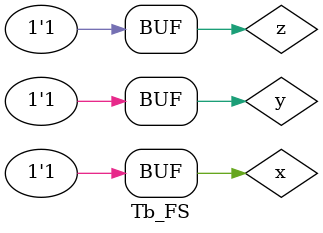
<source format=v>
`timescale 1ns / 1ps


module Tb_FS();
    reg x;
    reg y;
    reg z;
    
    wire [1:0]s;
    
    FS sim_FS(.B(s[1]), .D(s[0]), .x(x), .y(y), .z(z));
    initial
    begin
        x = 1'b0;
        y = 1'b0;
        z = 1'b0;
    end
    
    initial
    begin
        #100 x=1'b0;  y=1'b0;  z=1'b1;
        #100 x=1'b0;  y=1'b1;  z=1'b0;
        #100 x=1'b0;  y=1'b1;  z=1'b1;
        #100 x=1'b1;  y=1'b0;  z=1'b1;
        #100 x=1'b1;  y=1'b1;  z=1'b0;
        #100 x=1'b1;  y=1'b1;  z=1'b1;
    end
endmodule

</source>
